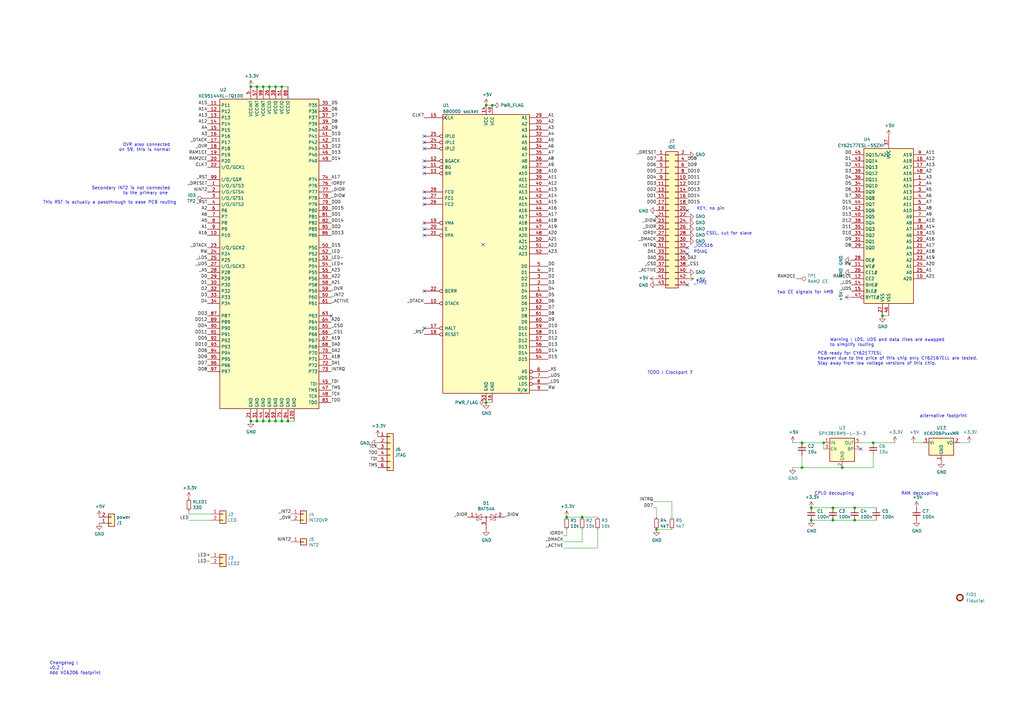
<source format=kicad_sch>
(kicad_sch (version 20211123) (generator eeschema)
  (paper "A3")
  (title_block (title "A500 IDE RAM") (date "2020-05-07") (rev "0.2") (company "FLACO 2020 CC-BY-NC-SA") (comment 1 "Inspired by original design and code of ide68k v425 by Mika Leinonen") (comment 2 "http://www.mkl211015.altervista.org/ide/ide68k.html") (comment 3 "Additional RAM idea inspired by Sector101") (comment 4 "https://blog.sector101.co.uk/2019/07/20/amiga-500-2mb-handwired-fastram-expansion/"))
  (lib_symbols
    (symbol "CPLD_Xilinx:XC95144XL-TQ100"
      (property "Reference" "U" (at -20.32 64.77 0))
      (property "Value" "XC95144XL-TQ100" (at -20.32 -64.77 0))
      (symbol "XC95144XL-TQ100_1_1"
        (pin bidirectional line (at -25.4 27.94 0) (length 5.08) (name "I/O/GTS3") (number "1"))
        (pin bidirectional line (at -25.4 7.62 0) (length 5.08) (name "P10") (number "10"))
        (pin power_in line (at 10.16 -68.58 90) (length 5.08) (name "GND") (number "100"))
        (pin bidirectional line (at -25.4 60.96 0) (length 5.08) (name "P11") (number "11"))
        (pin bidirectional line (at -25.4 58.42 0) (length 5.08) (name "P12") (number "12"))
        (pin bidirectional line (at -25.4 55.88 0) (length 5.08) (name "P13") (number "13"))
        (pin bidirectional line (at -25.4 53.34 0) (length 5.08) (name "P14") (number "14"))
        (pin bidirectional line (at -25.4 50.8 0) (length 5.08) (name "P15") (number "15"))
        (pin bidirectional line (at -25.4 48.26 0) (length 5.08) (name "P16") (number "16"))
        (pin bidirectional line (at -25.4 45.72 0) (length 5.08) (name "P17") (number "17"))
        (pin bidirectional line (at -25.4 43.18 0) (length 5.08) (name "P18") (number "18"))
        (pin bidirectional line (at -25.4 40.64 0) (length 5.08) (name "P19") (number "19"))
        (pin bidirectional line (at -25.4 25.4 0) (length 5.08) (name "I/O/GTS4") (number "2"))
        (pin bidirectional line (at -25.4 38.1 0) (length 5.08) (name "P20") (number "20"))
        (pin power_in line (at -7.62 -68.58 90) (length 5.08) (name "GND") (number "21"))
        (pin bidirectional line (at -25.4 35.56 0) (length 5.08) (name "I/O/GCK1") (number "22"))
        (pin bidirectional line (at -25.4 2.54 0) (length 5.08) (name "I/O/GCK2") (number "23"))
        (pin bidirectional line (at -25.4 0 0) (length 5.08) (name "P24") (number "24"))
        (pin bidirectional line (at -25.4 -2.54 0) (length 5.08) (name "P25") (number "25"))
        (pin power_in line (at 0 68.58 270) (length 5.08) (name "VCCIO") (number "26"))
        (pin bidirectional line (at -25.4 -5.08 0) (length 5.08) (name "I/O/GCK3") (number "27"))
        (pin bidirectional line (at -25.4 -7.62 0) (length 5.08) (name "P28") (number "28"))
        (pin bidirectional line (at -25.4 -10.16 0) (length 5.08) (name "P29") (number "29"))
        (pin bidirectional line (at -25.4 22.86 0) (length 5.08) (name "I/O/GTS1") (number "3"))
        (pin bidirectional line (at -25.4 -12.7 0) (length 5.08) (name "P30") (number "30"))
        (pin power_in line (at -5.08 -68.58 90) (length 5.08) (name "GND") (number "31"))
        (pin bidirectional line (at -25.4 -15.24 0) (length 5.08) (name "P32") (number "32"))
        (pin bidirectional line (at -25.4 -17.78 0) (length 5.08) (name "P33") (number "33"))
        (pin bidirectional line (at -25.4 -20.32 0) (length 5.08) (name "P34") (number "34"))
        (pin bidirectional line (at 25.4 60.96 180) (length 5.08) (name "P35") (number "35"))
        (pin bidirectional line (at 25.4 58.42 180) (length 5.08) (name "P36") (number "36"))
        (pin bidirectional line (at 25.4 55.88 180) (length 5.08) (name "P37") (number "37"))
        (pin power_in line (at 2.54 68.58 270) (length 5.08) (name "VCCIO") (number "38"))
        (pin bidirectional line (at 25.4 53.34 180) (length 5.08) (name "P39") (number "39"))
        (pin bidirectional line (at -25.4 20.32 0) (length 5.08) (name "I/O/GTS2") (number "4"))
        (pin bidirectional line (at 25.4 50.8 180) (length 5.08) (name "P40") (number "40"))
        (pin bidirectional line (at 25.4 48.26 180) (length 5.08) (name "P41") (number "41"))
        (pin bidirectional line (at 25.4 45.72 180) (length 5.08) (name "P42") (number "42"))
        (pin bidirectional line (at 25.4 43.18 180) (length 5.08) (name "P43") (number "43"))
        (pin power_in line (at -2.54 -68.58 90) (length 5.08) (name "GND") (number "44"))
        (pin input line (at 25.4 -53.34 180) (length 5.08) (name "TDI") (number "45"))
        (pin bidirectional line (at 25.4 40.64 180) (length 5.08) (name "P46") (number "46"))
        (pin input line (at 25.4 -55.88 180) (length 5.08) (name "TMS") (number "47"))
        (pin input line (at 25.4 -58.42 180) (length 5.08) (name "TCK") (number "48"))
        (pin bidirectional line (at 25.4 38.1 180) (length 5.08) (name "P49") (number "49"))
        (pin power_in line (at -7.62 68.58 270) (length 5.08) (name "VCCINT") (number "5"))
        (pin bidirectional line (at 25.4 2.54 180) (length 5.08) (name "P50") (number "50"))
        (pin power_in line (at 5.08 68.58 270) (length 5.08) (name "VCCIO") (number "51"))
        (pin bidirectional line (at 25.4 0 180) (length 5.08) (name "P52") (number "52"))
        (pin bidirectional line (at 25.4 -2.54 180) (length 5.08) (name "P53") (number "53"))
        (pin bidirectional line (at 25.4 -5.08 180) (length 5.08) (name "P54") (number "54"))
        (pin bidirectional line (at 25.4 -7.62 180) (length 5.08) (name "P55") (number "55"))
        (pin bidirectional line (at 25.4 -10.16 180) (length 5.08) (name "P56") (number "56"))
        (pin power_in line (at -5.08 68.58 270) (length 5.08) (name "VCCINT") (number "57"))
        (pin bidirectional line (at 25.4 -12.7 180) (length 5.08) (name "P58") (number "58"))
        (pin bidirectional line (at 25.4 -15.24 180) (length 5.08) (name "P59") (number "59"))
        (pin bidirectional line (at -25.4 17.78 0) (length 5.08) (name "P6") (number "6"))
        (pin bidirectional line (at 25.4 -17.78 180) (length 5.08) (name "P60") (number "60"))
        (pin bidirectional line (at 25.4 -20.32 180) (length 5.08) (name "P61") (number "61"))
        (pin power_in line (at 0 -68.58 90) (length 5.08) (name "GND") (number "62"))
        (pin bidirectional line (at 25.4 -25.4 180) (length 5.08) (name "P63") (number "63"))
        (pin bidirectional line (at 25.4 -27.94 180) (length 5.08) (name "P64") (number "64"))
        (pin bidirectional line (at 25.4 -30.48 180) (length 5.08) (name "P65") (number "65"))
        (pin bidirectional line (at 25.4 -33.02 180) (length 5.08) (name "P66") (number "66"))
        (pin bidirectional line (at 25.4 -35.56 180) (length 5.08) (name "P67") (number "67"))
        (pin bidirectional line (at 25.4 -38.1 180) (length 5.08) (name "P68") (number "68"))
        (pin power_in line (at 2.54 -68.58 90) (length 5.08) (name "GND") (number "69"))
        (pin bidirectional line (at -25.4 15.24 0) (length 5.08) (name "P7") (number "7"))
        (pin bidirectional line (at 25.4 -40.64 180) (length 5.08) (name "P70") (number "70"))
        (pin bidirectional line (at 25.4 -43.18 180) (length 5.08) (name "P71") (number "71"))
        (pin bidirectional line (at 25.4 -45.72 180) (length 5.08) (name "P72") (number "72"))
        (pin bidirectional line (at 25.4 -48.26 180) (length 5.08) (name "P73") (number "73"))
        (pin bidirectional line (at 25.4 30.48 180) (length 5.08) (name "P74") (number "74"))
        (pin power_in line (at 5.08 -68.58 90) (length 5.08) (name "GND") (number "75"))
        (pin bidirectional line (at 25.4 27.94 180) (length 5.08) (name "P76") (number "76"))
        (pin bidirectional line (at 25.4 25.4 180) (length 5.08) (name "P77") (number "77"))
        (pin bidirectional line (at 25.4 22.86 180) (length 5.08) (name "P78") (number "78"))
        (pin bidirectional line (at 25.4 20.32 180) (length 5.08) (name "P79") (number "79"))
        (pin bidirectional line (at -25.4 12.7 0) (length 5.08) (name "P8") (number "8"))
        (pin bidirectional line (at 25.4 17.78 180) (length 5.08) (name "P80") (number "80"))
        (pin bidirectional line (at 25.4 15.24 180) (length 5.08) (name "P81") (number "81"))
        (pin bidirectional line (at 25.4 12.7 180) (length 5.08) (name "P82") (number "82"))
        (pin output line (at 25.4 -60.96 180) (length 5.08) (name "TDO") (number "83"))
        (pin power_in line (at 7.62 -68.58 90) (length 5.08) (name "GND") (number "84"))
        (pin bidirectional line (at 25.4 10.16 180) (length 5.08) (name "P85") (number "85"))
        (pin bidirectional line (at 25.4 7.62 180) (length 5.08) (name "P86") (number "86"))
        (pin bidirectional line (at -25.4 -25.4 0) (length 5.08) (name "P87") (number "87"))
        (pin power_in line (at 7.62 68.58 270) (length 5.08) (name "VCCIO") (number "88"))
        (pin bidirectional line (at -25.4 -27.94 0) (length 5.08) (name "P89") (number "89"))
        (pin bidirectional line (at -25.4 10.16 0) (length 5.08) (name "P9") (number "9"))
        (pin bidirectional line (at -25.4 -30.48 0) (length 5.08) (name "P90") (number "90"))
        (pin bidirectional line (at -25.4 -33.02 0) (length 5.08) (name "P91") (number "91"))
        (pin bidirectional line (at -25.4 -35.56 0) (length 5.08) (name "P92") (number "92"))
        (pin bidirectional line (at -25.4 -38.1 0) (length 5.08) (name "P93") (number "93"))
        (pin bidirectional line (at -25.4 -40.64 0) (length 5.08) (name "P94") (number "94"))
        (pin bidirectional line (at -25.4 -43.18 0) (length 5.08) (name "P95") (number "95"))
        (pin bidirectional line (at -25.4 -45.72 0) (length 5.08) (name "P96") (number "96"))
        (pin bidirectional line (at -25.4 -48.26 0) (length 5.08) (name "P97") (number "97"))
        (pin power_in line (at -2.54 68.58 270) (length 5.08) (name "VCCINT") (number "98"))
        (pin bidirectional line (at -25.4 30.48 0) (length 5.08) (name "I/O/GSR") (number "99"))
      )
    )
    (symbol "CPU_NXP_68000:68000D" (pin_names (offset 0.762))
      (property "Reference" "U" (at 0 2.54 0))
      (property "Value" "68000D" (at 0 -3.81 0))
      (symbol "68000D_1_1"
        (pin bidirectional line (at 25.4 -15.24 180) (length 7.62) (name "D4") (number "1"))
        (pin input inverted (at -25.4 -20.32 0) (length 7.62) (name "DTACK") (number "10"))
        (pin output inverted (at -25.4 35.56 0) (length 7.62) (name "BG") (number "11"))
        (pin input inverted (at -25.4 38.1 0) (length 7.62) (name "BGACK") (number "12"))
        (pin input inverted (at -25.4 33.02 0) (length 7.62) (name "BR") (number "13"))
        (pin power_in line (at 0 60.96 270) (length 3.81) (name "VCC") (number "14"))
        (pin input clock (at -25.4 55.88 0) (length 7.62) (name "CLK") (number "15"))
        (pin power_in line (at 2.54 -60.96 90) (length 3.81) (name "GND") (number "16"))
        (pin bidirectional inverted (at -25.4 -30.48 0) (length 7.62) (name "HALT") (number "17"))
        (pin bidirectional inverted (at -25.4 -33.02 0) (length 7.62) (name "RESET") (number "18"))
        (pin output inverted (at -25.4 12.7 0) (length 7.62) (name "VMA") (number "19"))
        (pin bidirectional line (at 25.4 -12.7 180) (length 7.62) (name "D3") (number "2"))
        (pin output line (at -25.4 10.16 0) (length 7.62) (name "E") (number "20"))
        (pin input inverted (at -25.4 7.62 0) (length 7.62) (name "VPA") (number "21"))
        (pin input inverted (at -25.4 -15.24 0) (length 7.62) (name "BERR") (number "22"))
        (pin input inverted (at -25.4 43.18 0) (length 7.62) (name "IPL2") (number "23"))
        (pin input inverted (at -25.4 45.72 0) (length 7.62) (name "IPL1") (number "24"))
        (pin input inverted (at -25.4 48.26 0) (length 7.62) (name "IPL0") (number "25"))
        (pin output line (at -25.4 20.32 0) (length 7.62) (name "FC2") (number "26"))
        (pin output line (at -25.4 22.86 0) (length 7.62) (name "FC1") (number "27"))
        (pin output line (at -25.4 25.4 0) (length 7.62) (name "FC0") (number "28"))
        (pin output line (at 25.4 55.88 180) (length 7.62) (name "A1") (number "29"))
        (pin bidirectional line (at 25.4 -10.16 180) (length 7.62) (name "D2") (number "3"))
        (pin output line (at 25.4 53.34 180) (length 7.62) (name "A2") (number "30"))
        (pin output line (at 25.4 50.8 180) (length 7.62) (name "A3") (number "31"))
        (pin output line (at 25.4 48.26 180) (length 7.62) (name "A4") (number "32"))
        (pin output line (at 25.4 45.72 180) (length 7.62) (name "A5") (number "33"))
        (pin output line (at 25.4 43.18 180) (length 7.62) (name "A6") (number "34"))
        (pin output line (at 25.4 40.64 180) (length 7.62) (name "A7") (number "35"))
        (pin output line (at 25.4 38.1 180) (length 7.62) (name "A8") (number "36"))
        (pin output line (at 25.4 35.56 180) (length 7.62) (name "A9") (number "37"))
        (pin output line (at 25.4 33.02 180) (length 7.62) (name "A10") (number "38"))
        (pin output line (at 25.4 30.48 180) (length 7.62) (name "A11") (number "39"))
        (pin bidirectional line (at 25.4 -7.62 180) (length 7.62) (name "D1") (number "4"))
        (pin output line (at 25.4 27.94 180) (length 7.62) (name "A12") (number "40"))
        (pin output line (at 25.4 25.4 180) (length 7.62) (name "A13") (number "41"))
        (pin output line (at 25.4 22.86 180) (length 7.62) (name "A14") (number "42"))
        (pin output line (at 25.4 20.32 180) (length 7.62) (name "A15") (number "43"))
        (pin output line (at 25.4 17.78 180) (length 7.62) (name "A16") (number "44"))
        (pin output line (at 25.4 15.24 180) (length 7.62) (name "A17") (number "45"))
        (pin output line (at 25.4 12.7 180) (length 7.62) (name "A18") (number "46"))
        (pin output line (at 25.4 10.16 180) (length 7.62) (name "A19") (number "47"))
        (pin output line (at 25.4 7.62 180) (length 7.62) (name "A20") (number "48"))
        (pin power_in line (at 2.54 60.96 270) (length 3.81) (name "VCC") (number "49"))
        (pin bidirectional line (at 25.4 -5.08 180) (length 7.62) (name "D0") (number "5"))
        (pin output line (at 25.4 5.08 180) (length 7.62) (name "A21") (number "50"))
        (pin output line (at 25.4 2.54 180) (length 7.62) (name "A22") (number "51"))
        (pin output line (at 25.4 0 180) (length 7.62) (name "A23") (number "52"))
        (pin power_in line (at 0 -60.96 90) (length 3.81) (name "GND") (number "53"))
        (pin bidirectional line (at 25.4 -43.18 180) (length 7.62) (name "D15") (number "54"))
        (pin bidirectional line (at 25.4 -40.64 180) (length 7.62) (name "D14") (number "55"))
        (pin bidirectional line (at 25.4 -38.1 180) (length 7.62) (name "D13") (number "56"))
        (pin bidirectional line (at 25.4 -35.56 180) (length 7.62) (name "D12") (number "57"))
        (pin bidirectional line (at 25.4 -33.02 180) (length 7.62) (name "D11") (number "58"))
        (pin bidirectional line (at 25.4 -30.48 180) (length 7.62) (name "D10") (number "59"))
        (pin output inverted (at 25.4 -48.26 180) (length 7.62) (name "AS") (number "6"))
        (pin bidirectional line (at 25.4 -27.94 180) (length 7.62) (name "D9") (number "60"))
        (pin bidirectional line (at 25.4 -25.4 180) (length 7.62) (name "D8") (number "61"))
        (pin bidirectional line (at 25.4 -22.86 180) (length 7.62) (name "D7") (number "62"))
        (pin bidirectional line (at 25.4 -20.32 180) (length 7.62) (name "D6") (number "63"))
        (pin bidirectional line (at 25.4 -17.78 180) (length 7.62) (name "D5") (number "64"))
        (pin output inverted (at 25.4 -50.8 180) (length 7.62) (name "UDS") (number "7"))
        (pin output inverted (at 25.4 -53.34 180) (length 7.62) (name "LDS") (number "8"))
        (pin output line (at 25.4 -55.88 180) (length 7.62) (name "R/W") (number "9"))
      )
    )
    (symbol "Connector:TestPoint" (pin_numbers hide) (pin_names (offset 0.762) hide)
      (property "Reference" "TP" (at 0 6.858 0))
      (property "Value" "TestPoint" (at 0 5.08 0))
      (symbol "TestPoint_1_1"
        (pin passive line (at 0 0 90) (length 2.54) (name "1") (number "1"))
      )
    )
    (symbol "Connector_Generic:Conn_01x01" (pin_names (offset 1.016) hide)
      (property "Reference" "J" (at 0 2.54 0))
      (property "Value" "Conn_01x01" (at 0 -2.54 0))
      (symbol "Conn_01x01_1_1"
        (pin passive line (at -5.08 0 0) (length 3.81) (name "Pin_1") (number "1"))
      )
    )
    (symbol "Connector_Generic:Conn_01x02" (pin_names (offset 1.016) hide)
      (property "Reference" "J" (at 0 2.54 0))
      (property "Value" "Conn_01x02" (at 0 -5.08 0))
      (symbol "Conn_01x02_1_1"
        (pin passive line (at -5.08 0 0) (length 3.81) (name "Pin_1") (number "1"))
        (pin passive line (at -5.08 -2.54 0) (length 3.81) (name "Pin_2") (number "2"))
      )
    )
    (symbol "Connector_Generic:Conn_01x06" (pin_names (offset 1.016) hide)
      (property "Reference" "J" (at 0 7.62 0))
      (property "Value" "Conn_01x06" (at 0 -10.16 0))
      (symbol "Conn_01x06_1_1"
        (pin passive line (at -5.08 5.08 0) (length 3.81) (name "Pin_1") (number "1"))
        (pin passive line (at -5.08 2.54 0) (length 3.81) (name "Pin_2") (number "2"))
        (pin passive line (at -5.08 0 0) (length 3.81) (name "Pin_3") (number "3"))
        (pin passive line (at -5.08 -2.54 0) (length 3.81) (name "Pin_4") (number "4"))
        (pin passive line (at -5.08 -5.08 0) (length 3.81) (name "Pin_5") (number "5"))
        (pin passive line (at -5.08 -7.62 0) (length 3.81) (name "Pin_6") (number "6"))
      )
    )
    (symbol "Connector_Generic:Conn_02x22_Odd_Even" (pin_names (offset 1.016) hide)
      (property "Reference" "J" (at 1.27 27.94 0))
      (property "Value" "Conn_02x22_Odd_Even" (at 1.27 -30.48 0))
      (symbol "Conn_02x22_Odd_Even_1_1"
        (pin passive line (at -5.08 25.4 0) (length 3.81) (name "Pin_1") (number "1"))
        (pin passive line (at 7.62 15.24 180) (length 3.81) (name "Pin_10") (number "10"))
        (pin passive line (at -5.08 12.7 0) (length 3.81) (name "Pin_11") (number "11"))
        (pin passive line (at 7.62 12.7 180) (length 3.81) (name "Pin_12") (number "12"))
        (pin passive line (at -5.08 10.16 0) (length 3.81) (name "Pin_13") (number "13"))
        (pin passive line (at 7.62 10.16 180) (length 3.81) (name "Pin_14") (number "14"))
        (pin passive line (at -5.08 7.62 0) (length 3.81) (name "Pin_15") (number "15"))
        (pin passive line (at 7.62 7.62 180) (length 3.81) (name "Pin_16") (number "16"))
        (pin passive line (at -5.08 5.08 0) (length 3.81) (name "Pin_17") (number "17"))
        (pin passive line (at 7.62 5.08 180) (length 3.81) (name "Pin_18") (number "18"))
        (pin passive line (at -5.08 2.54 0) (length 3.81) (name "Pin_19") (number "19"))
        (pin passive line (at 7.62 25.4 180) (length 3.81) (name "Pin_2") (number "2"))
        (pin passive line (at 7.62 2.54 180) (length 3.81) (name "Pin_20") (number "20"))
        (pin passive line (at -5.08 0 0) (length 3.81) (name "Pin_21") (number "21"))
        (pin passive line (at 7.62 0 180) (length 3.81) (name "Pin_22") (number "22"))
        (pin passive line (at -5.08 -2.54 0) (length 3.81) (name "Pin_23") (number "23"))
        (pin passive line (at 7.62 -2.54 180) (length 3.81) (name "Pin_24") (number "24"))
        (pin passive line (at -5.08 -5.08 0) (length 3.81) (name "Pin_25") (number "25"))
        (pin passive line (at 7.62 -5.08 180) (length 3.81) (name "Pin_26") (number "26"))
        (pin passive line (at -5.08 -7.62 0) (length 3.81) (name "Pin_27") (number "27"))
        (pin passive line (at 7.62 -7.62 180) (length 3.81) (name "Pin_28") (number "28"))
        (pin passive line (at -5.08 -10.16 0) (length 3.81) (name "Pin_29") (number "29"))
        (pin passive line (at -5.08 22.86 0) (length 3.81) (name "Pin_3") (number "3"))
        (pin passive line (at 7.62 -10.16 180) (length 3.81) (name "Pin_30") (number "30"))
        (pin passive line (at -5.08 -12.7 0) (length 3.81) (name "Pin_31") (number "31"))
        (pin passive line (at 7.62 -12.7 180) (length 3.81) (name "Pin_32") (number "32"))
        (pin passive line (at -5.08 -15.24 0) (length 3.81) (name "Pin_33") (number "33"))
        (pin passive line (at 7.62 -15.24 180) (length 3.81) (name "Pin_34") (number "34"))
        (pin passive line (at -5.08 -17.78 0) (length 3.81) (name "Pin_35") (number "35"))
        (pin passive line (at 7.62 -17.78 180) (length 3.81) (name "Pin_36") (number "36"))
        (pin passive line (at -5.08 -20.32 0) (length 3.81) (name "Pin_37") (number "37"))
        (pin passive line (at 7.62 -20.32 180) (length 3.81) (name "Pin_38") (number "38"))
        (pin passive line (at -5.08 -22.86 0) (length 3.81) (name "Pin_39") (number "39"))
        (pin passive line (at 7.62 22.86 180) (length 3.81) (name "Pin_4") (number "4"))
        (pin passive line (at 7.62 -22.86 180) (length 3.81) (name "Pin_40") (number "40"))
        (pin passive line (at -5.08 -25.4 0) (length 3.81) (name "Pin_41") (number "41"))
        (pin passive line (at 7.62 -25.4 180) (length 3.81) (name "Pin_42") (number "42"))
        (pin passive line (at -5.08 -27.94 0) (length 3.81) (name "Pin_43") (number "43"))
        (pin passive line (at 7.62 -27.94 180) (length 3.81) (name "Pin_44") (number "44"))
        (pin passive line (at -5.08 20.32 0) (length 3.81) (name "Pin_5") (number "5"))
        (pin passive line (at 7.62 20.32 180) (length 3.81) (name "Pin_6") (number "6"))
        (pin passive line (at -5.08 17.78 0) (length 3.81) (name "Pin_7") (number "7"))
        (pin passive line (at 7.62 17.78 180) (length 3.81) (name "Pin_8") (number "8"))
        (pin passive line (at -5.08 15.24 0) (length 3.81) (name "Pin_9") (number "9"))
      )
    )
    (symbol "Device:C_Small" (pin_numbers hide) (pin_names (offset 0.254) hide)
      (property "Reference" "C" (at 0.254 1.778 0))
      (property "Value" "C_Small" (at 0.254 -2.032 0))
      (symbol "C_Small_1_1"
        (pin passive line (at 0 2.54 270) (length 2.032) (name "~") (number "1"))
        (pin passive line (at 0 -2.54 90) (length 2.032) (name "~") (number "2"))
      )
    )
    (symbol "Device:R_Small" (pin_numbers hide) (pin_names (offset 0.254) hide)
      (property "Reference" "R" (at 0.762 0.508 0))
      (property "Value" "R_Small" (at 0.762 -1.016 0))
      (symbol "R_Small_1_1"
        (pin passive line (at 0 2.54 270) (length 0.762) (name "~") (number "1"))
        (pin passive line (at 0 -2.54 90) (length 0.762) (name "~") (number "2"))
      )
    )
    (symbol "Diode:BAT54A" (pin_names (offset 1.016))
      (property "Reference" "D" (at 0.635 -3.81 0))
      (property "Value" "BAT54A" (at -6.35 3.175 0))
      (symbol "BAT54A_1_1"
        (pin passive line (at -7.62 0 0) (length 3.81) (name "~") (number "1"))
        (pin passive line (at 7.62 0 180) (length 3.81) (name "~") (number "2"))
        (pin passive line (at 0 -5.08 90) (length 5.08) (name "~") (number "3"))
      )
    )
    (symbol "Mechanical:Fiducial"
      (property "Reference" "FID" (at 0 5.08 0))
      (property "Value" "Fiducial" (at 0 3.175 0))
    )
    (symbol "Regulator_Linear:SPX3819M5-L-3-3" (pin_names (offset 0.254))
      (property "Reference" "U" (at -3.81 5.715 0))
      (property "Value" "SPX3819M5-L-3-3" (at 0 5.715 0))
      (symbol "SPX3819M5-L-3-3_1_1"
        (pin power_in line (at -7.62 2.54 0) (length 2.54) (name "IN") (number "1"))
        (pin power_in line (at 0 -7.62 90) (length 2.54) (name "GND") (number "2"))
        (pin input line (at -7.62 0 0) (length 2.54) (name "EN") (number "3"))
        (pin input line (at 7.62 0 180) (length 2.54) (name "BP") (number "4"))
        (pin power_out line (at 7.62 2.54 180) (length 2.54) (name "OUT") (number "5"))
      )
    )
    (symbol "Regulator_Linear:XC6206PxxxMR" (pin_names (offset 0.254))
      (property "Reference" "U" (at -3.81 3.175 0))
      (property "Value" "XC6206PxxxMR" (at 0 3.175 0))
      (symbol "XC6206PxxxMR_1_1"
        (pin power_in line (at 0 -7.62 90) (length 2.54) (name "GND") (number "1"))
        (pin power_out line (at 7.62 0 180) (length 2.54) (name "VO") (number "2"))
        (pin power_in line (at -7.62 0 0) (length 2.54) (name "VI") (number "3"))
      )
    )
    (symbol "Sassa:CY62177ESL-55ZXI"
      (property "Reference" "U" (at -8.89 31.75 0))
      (property "Value" "CY62177ESL-55ZXI" (at 10.16 -34.29 0))
      (symbol "CY62177ESL-55ZXI_1_1"
        (pin input line (at 15.24 17.78 180) (length 5.08) (name "A15") (number "1"))
        (pin input line (at 15.24 -22.86 180) (length 5.08) (name "A20") (number "10"))
        (pin input line (at -15.24 -17.78 0) (length 5.08) (name "WE#") (number "11"))
        (pin input line (at -15.24 -22.86 0) (length 5.08) (name "CE2") (number "12"))
        (pin no_connect line (at 10.16 -25.4 180) (length 0) hide (name "NC") (number "13"))
        (pin input line (at -15.24 -25.4 0) (length 5.08) (name "BHE#") (number "14"))
        (pin input line (at -15.24 -27.94 0) (length 5.08) (name "BLE#") (number "15"))
        (pin input line (at 15.24 25.4 180) (length 5.08) (name "A18") (number "16"))
        (pin input line (at 15.24 22.86 180) (length 5.08) (name "A17") (number "17"))
        (pin input line (at 15.24 -2.54 180) (length 5.08) (name "A7") (number "18"))
        (pin input line (at 15.24 -5.08 180) (length 5.08) (name "A6") (number "19"))
        (pin input line (at 15.24 15.24 180) (length 5.08) (name "A14") (number "2"))
        (pin input line (at 15.24 -7.62 180) (length 5.08) (name "A5") (number "20"))
        (pin input line (at 15.24 -10.16 180) (length 5.08) (name "A4") (number "21"))
        (pin input line (at 15.24 -12.7 180) (length 5.08) (name "A3") (number "22"))
        (pin input line (at 15.24 -15.24 180) (length 5.08) (name "A2") (number "23"))
        (pin input line (at 15.24 -17.78 180) (length 5.08) (name "A1") (number "24"))
        (pin input line (at 15.24 -20.32 180) (length 5.08) (name "A0") (number "25"))
        (pin input line (at -15.24 -20.32 0) (length 5.08) (name "CE1#") (number "26"))
        (pin power_in line (at -2.54 -38.1 90) (length 5.08) (name "VSS") (number "27"))
        (pin input line (at -15.24 -15.24 0) (length 5.08) (name "OE#") (number "28"))
        (pin bidirectional line (at -15.24 -10.16 0) (length 5.08) (name "DQ0") (number "29"))
        (pin input line (at 15.24 12.7 180) (length 5.08) (name "A13") (number "3"))
        (pin bidirectional line (at -15.24 10.16 0) (length 5.08) (name "DQ8") (number "30"))
        (pin bidirectional line (at -15.24 -7.62 0) (length 5.08) (name "DQ1") (number "31"))
        (pin bidirectional line (at -15.24 12.7 0) (length 5.08) (name "DQ9") (number "32"))
        (pin bidirectional line (at -15.24 -5.08 0) (length 5.08) (name "DQ2") (number "33"))
        (pin bidirectional line (at -15.24 15.24 0) (length 5.08) (name "DQ10") (number "34"))
        (pin bidirectional line (at -15.24 -2.54 0) (length 5.08) (name "DQ3") (number "35"))
        (pin bidirectional line (at -15.24 17.78 0) (length 5.08) (name "DQ11") (number "36"))
        (pin power_in line (at 0 35.56 270) (length 5.08) (name "VCC") (number "37"))
        (pin bidirectional line (at -15.24 0 0) (length 5.08) (name "DQ4") (number "38"))
        (pin bidirectional line (at -15.24 20.32 0) (length 5.08) (name "DQ12") (number "39"))
        (pin input line (at 15.24 10.16 180) (length 5.08) (name "A12") (number "4"))
        (pin bidirectional line (at -15.24 2.54 0) (length 5.08) (name "DQ5") (number "40"))
        (pin bidirectional line (at -15.24 22.86 0) (length 5.08) (name "DQ13") (number "41"))
        (pin bidirectional line (at -15.24 5.08 0) (length 5.08) (name "DQ6") (number "42"))
        (pin bidirectional line (at -15.24 25.4 0) (length 5.08) (name "DQ14") (number "43"))
        (pin bidirectional line (at -15.24 7.62 0) (length 5.08) (name "DQ7") (number "44"))
        (pin input line (at -15.24 27.94 0) (length 5.08) (name "DQ15/A20") (number "45"))
        (pin power_in line (at 0 -38.1 90) (length 5.08) (name "VSS") (number "46"))
        (pin input inverted (at -15.24 -30.48 0) (length 5.08) (name "BYTE#") (number "47"))
        (pin input line (at 15.24 20.32 180) (length 5.08) (name "A16") (number "48"))
        (pin input line (at 15.24 7.62 180) (length 5.08) (name "A11") (number "5"))
        (pin input line (at 15.24 5.08 180) (length 5.08) (name "A10") (number "6"))
        (pin input line (at 15.24 2.54 180) (length 5.08) (name "A9") (number "7"))
        (pin input line (at 15.24 0 180) (length 5.08) (name "A8") (number "8"))
        (pin input line (at 15.24 27.94 180) (length 5.08) (name "A19") (number "9"))
      )
    )
    (symbol "power:+3.3V" (power) (pin_names (offset 0))
      (property "Value" "+3.3V" (at 0 3.556 0))
      (symbol "+3.3V_1_1"
        (pin power_in line (at 0 0 90) (length 0) hide (name "+3.3V") (number "1"))
      )
    )
    (symbol "power:+5V" (power) (pin_names (offset 0))
      (property "Value" "+5V" (at 0 3.556 0))
      (symbol "+5V_1_1"
        (pin power_in line (at 0 0 90) (length 0) hide (name "+5V") (number "1"))
      )
    )
    (symbol "power:GND" (power) (pin_names (offset 0))
      (property "Value" "GND" (at 0 -3.81 0))
      (symbol "GND_1_1"
        (pin power_in line (at 0 0 270) (length 0) hide (name "GND") (number "1"))
      )
    )
    (symbol "power:PWR_FLAG" (power) (pin_numbers hide) (pin_names (offset 0) hide)
      (property "Value" "PWR_FLAG" (at 0 3.81 0))
      (symbol "PWR_FLAG_0_0"
        (pin power_out line (at 0 0 90) (length 0) (name "pwr") (number "1"))
      )
    )
  )
  (junction (at 358.14 181.61))
  (junction (at 350.52 208.28))
  (junction (at 199.39 165.1))
  (junction (at 107.95 172.72))
  (junction (at 350.52 213.36))
  (junction (at 199.39 43.18))
  (junction (at 269.24 217.17))
  (junction (at 105.41 172.72))
  (junction (at 115.57 172.72))
  (junction (at 328.93 191.77))
  (junction (at 238.76 212.09))
  (junction (at 361.95 129.54))
  (junction (at 201.93 43.18))
  (junction (at 113.03 172.72))
  (junction (at 107.95 35.56))
  (junction (at 345.44 191.77))
  (junction (at 113.03 35.56))
  (junction (at 102.87 172.72))
  (junction (at 110.49 172.72))
  (junction (at 341.63 213.36))
  (junction (at 110.49 35.56))
  (junction (at 118.11 172.72))
  (junction (at 105.41 35.56))
  (junction (at 232.41 212.09))
  (junction (at 102.87 35.56))
  (junction (at 328.93 181.61))
  (junction (at 332.74 208.28))
  (junction (at 115.57 35.56))
  (junction (at 341.63 208.28))
  (junction (at 337.82 181.61))
  (junction (at 332.74 213.36))
  (no_connect (at 173.99 55.88))
  (no_connect (at 173.99 58.42))
  (no_connect (at 173.99 78.74))
  (no_connect (at 173.99 96.52))
  (no_connect (at 173.99 81.28))
  (no_connect (at 198.12 100.33))
  (no_connect (at 281.94 101.6))
  (no_connect (at 173.99 93.98))
  (no_connect (at 353.06 184.15))
  (no_connect (at 135.89 129.54))
  (no_connect (at 173.99 68.58))
  (no_connect (at 281.94 116.84))
  (no_connect (at 173.99 91.44))
  (no_connect (at 173.99 71.12))
  (no_connect (at 173.99 134.62))
  (no_connect (at 173.99 60.96))
  (no_connect (at 173.99 83.82))
  (no_connect (at 281.94 104.14))
  (no_connect (at 281.94 86.36))
  (no_connect (at 269.24 88.9))
  (no_connect (at 173.99 66.04))
  (no_connect (at 173.99 119.38))
  (wire (pts (xy 325.12 191.77) (xy 328.93 191.77)))
  (wire (pts (xy 358.14 186.69) (xy 358.14 191.77)))
  (wire (pts (xy 364.49 129.54) (xy 361.95 129.54)))
  (wire (pts (xy 267.97 208.28) (xy 269.24 208.28)))
  (wire (pts (xy 238.76 217.17) (xy 238.76 222.25)))
  (wire (pts (xy 269.24 208.28) (xy 269.24 212.09)))
  (wire (pts (xy 358.14 181.61) (xy 367.03 181.61)))
  (wire (pts (xy 201.93 165.1) (xy 199.39 165.1)))
  (wire (pts (xy 245.11 217.17) (xy 245.11 224.79)))
  (wire (pts (xy 118.11 35.56) (xy 115.57 35.56)))
  (wire (pts (xy 350.52 208.28) (xy 341.63 208.28)))
  (wire (pts (xy 115.57 172.72) (xy 113.03 172.72)))
  (wire (pts (xy 359.41 208.28) (xy 350.52 208.28)))
  (wire (pts (xy 328.93 186.69) (xy 328.93 191.77)))
  (wire (pts (xy 353.06 181.61) (xy 358.14 181.61)))
  (wire (pts (xy 245.11 224.79) (xy 231.14 224.79)))
  (wire (pts (xy 105.41 172.72) (xy 102.87 172.72)))
  (wire (pts (xy 77.47 210.82) (xy 77.47 209.55)))
  (wire (pts (xy 275.59 205.74) (xy 275.59 212.09)))
  (wire (pts (xy 105.41 35.56) (xy 102.87 35.56)))
  (wire (pts (xy 337.82 184.15) (xy 337.82 181.61)))
  (wire (pts (xy 238.76 212.09) (xy 232.41 212.09)))
  (wire (pts (xy 232.41 217.17) (xy 232.41 219.71)))
  (wire (pts (xy 328.93 191.77) (xy 345.44 191.77)))
  (wire (pts (xy 350.52 213.36) (xy 341.63 213.36)))
  (wire (pts (xy 359.41 213.36) (xy 350.52 213.36)))
  (wire (pts (xy 107.95 35.56) (xy 105.41 35.56)))
  (wire (pts (xy 337.82 181.61) (xy 328.93 181.61)))
  (wire (pts (xy 267.97 205.74) (xy 275.59 205.74)))
  (wire (pts (xy 120.65 172.72) (xy 118.11 172.72)))
  (wire (pts (xy 113.03 35.56) (xy 110.49 35.56)))
  (wire (pts (xy 341.63 213.36) (xy 332.74 213.36)))
  (wire (pts (xy 110.49 172.72) (xy 107.95 172.72)))
  (wire (pts (xy 232.41 219.71) (xy 231.14 219.71)))
  (wire (pts (xy 328.93 181.61) (xy 325.12 181.61)))
  (wire (pts (xy 201.93 43.18) (xy 199.39 43.18)))
  (wire (pts (xy 358.14 191.77) (xy 345.44 191.77)))
  (wire (pts (xy 107.95 172.72) (xy 105.41 172.72)))
  (wire (pts (xy 115.57 35.56) (xy 113.03 35.56)))
  (wire (pts (xy 86.36 213.36) (xy 77.47 213.36)))
  (wire (pts (xy 378.46 181.61) (xy 374.65 181.61)))
  (wire (pts (xy 393.7 181.61) (xy 397.51 181.61)))
  (wire (pts (xy 275.59 217.17) (xy 269.24 217.17)))
  (wire (pts (xy 110.49 35.56) (xy 107.95 35.56)))
  (wire (pts (xy 245.11 212.09) (xy 238.76 212.09)))
  (wire (pts (xy 341.63 208.28) (xy 332.74 208.28)))
  (wire (pts (xy 113.03 172.72) (xy 110.49 172.72)))
  (wire (pts (xy 118.11 172.72) (xy 115.57 172.72)))
  (wire (pts (xy 238.76 222.25) (xy 231.14 222.25)))
  (wire (pts (xy 86.36 210.82) (xy 77.47 210.82)))
  (text "PDIAG" (at 284.48 104.14 0) (effects (font (size 1.27 1.27)) (justify left bottom)))
  (text "TODO : Clockport ?" (at 265.43 153.67 0) (effects (font (size 1.27 1.27)) (justify left bottom)))
  (text "alternative footprint" (at 377.19 171.45 0) (effects (font (size 1.27 1.27)) (justify left bottom)))
  (text "CPLD decoupling" (at 334.01 203.2 0) (effects (font (size 1.27 1.27)) (justify left bottom)))
  (text "two CE signals for 4MB" (at 318.77 120.65 0) (effects (font (size 1.27 1.27)) (justify left bottom)))
  (text "CSEL, cut for slave" (at 289.56 96.52 0) (effects (font (size 1.27 1.27)) (justify left bottom)))
  (text "This RST is actually a passthrough to ease PCB routing" (at 72.39 83.82 180) (effects (font (size 1.27 1.27)) (justify right bottom)))
  (text "_TYPE" (at 284.48 116.84 0) (effects (font (size 1.27 1.27)) (justify left bottom)))
  (text "Secondary INT2 is not connected\nto the primary one " (at 69.85 80.01 180) (effects (font (size 1.27 1.27)) (justify right bottom)))
  (text "KEY, no pin" (at 285.75 86.36 0) (effects (font (size 1.27 1.27)) (justify left bottom)))
  (text "Warning : LDS, UDS and data lines are swapped\nto simplify routing" (at 340.36 142.24 0) (effects (font (size 1.27 1.27)) (justify left bottom)))
  (text "RAM decoupling" (at 369.57 203.2 0) (effects (font (size 1.27 1.27)) (justify left bottom)))
  (text "Changelog :\nv0.2 :\nAdd XC6206 footprint" (at 20.32 276.86 0) (effects (font (size 1.27 1.27)) (justify left bottom)))
  (text "OVR also connected\non 59, this is normal" (at 69.85 62.23 180) (effects (font (size 1.27 1.27)) (justify right bottom)))
  (text "PCB ready for CY62177ESL\nhowever due to the price of this chip only CY62167ELL are tested.\nStay away from low voltage versions of this chip." (at 335.28 149.86 0) (effects (font (size 1.27 1.27)) (justify left bottom)))
  (text "_IOCS16" (at 284.48 101.6 0) (effects (font (size 1.27 1.27)) (justify left bottom)))
  (label "INTRQ" (at 267.97 205.74 180))
  (label "_UDS" (at 224.79 154.94 0))
  (label "D2" (at 85.09 119.38 180))
  (label "A11" (at 379.73 63.5 0))
  (label "TDI" (at 135.89 157.48 0))
  (label "DD7" (at 85.09 149.86 180))
  (label "DD8" (at 281.94 66.04 0))
  (label "DA1" (at 269.24 104.14 180))
  (label "_OVR" (at 119.38 213.36 180))
  (label "TCK" (at 154.94 184.15 180))
  (label "D13" (at 224.79 142.24 0))
  (label "DD10" (at 281.94 71.12 0))
  (label "RW" (at 224.79 160.02 0))
  (label "A17" (at 224.79 88.9 0))
  (label "DD15" (at 135.89 86.36 0))
  (label "LED" (at 77.47 213.36 180))
  (label "DD1" (at 135.89 88.9 0))
  (label "D7" (at 224.79 127 0))
  (label "DD6" (at 269.24 68.58 180))
  (label "A5" (at 85.09 91.44 180))
  (label "_DIOR" (at 135.89 78.74 0))
  (label "D7" (at 135.89 48.26 0))
  (label "DD11" (at 281.94 73.66 0))
  (label "IORDY" (at 269.24 96.52 180))
  (label "D5" (at 224.79 121.92 0))
  (label "D1" (at 349.25 66.04 180))
  (label "_ACTIVE" (at 269.24 111.76 180))
  (label "DA0" (at 135.89 142.24 0))
  (label "TDI" (at 154.94 189.23 180))
  (label "_DTACK" (at 85.09 58.42 180))
  (label "D0" (at 224.79 109.22 0))
  (label "TMS" (at 154.94 191.77 180))
  (label "RAM2CE" (at 326.39 114.3 180))
  (label "D3" (at 85.09 121.92 180))
  (label "A20" (at 379.73 109.22 0))
  (label "A12" (at 379.73 66.04 0))
  (label "A1" (at 85.09 93.98 180))
  (label "_UDS" (at 85.09 109.22 180))
  (label "D15" (at 135.89 101.6 0))
  (label "D14" (at 349.25 86.36 180))
  (label "_OVR" (at 135.89 119.38 0))
  (label "A3" (at 224.79 53.34 0))
  (label "D9" (at 349.25 99.06 180))
  (label "_CS0" (at 269.24 109.22 180))
  (label "DD1" (at 269.24 81.28 180))
  (label "_CS0" (at 135.89 134.62 0))
  (label "D1" (at 224.79 111.76 0))
  (label "CLK7" (at 173.99 48.26 180))
  (label "NINT2" (at 119.38 222.25 180))
  (label "TMS" (at 135.89 160.02 0))
  (label "A21" (at 135.89 116.84 0))
  (label "A22" (at 135.89 114.3 0))
  (label "DD2" (at 135.89 93.98 0))
  (label "A19" (at 135.89 139.7 0))
  (label "_LDS" (at 349.25 116.84 180))
  (label "D2" (at 224.79 114.3 0))
  (label "D10" (at 349.25 96.52 180))
  (label "A21" (at 224.79 99.06 0))
  (label "D4" (at 224.79 119.38 0))
  (label "A4" (at 224.79 55.88 0))
  (label "_DIOR" (at 191.77 212.09 180))
  (label "RW" (at 349.25 109.22 180))
  (label "_RST" (at 173.99 137.16 180))
  (label "DA0" (at 269.24 106.68 180))
  (label "NINT2" (at 85.09 78.74 180))
  (label "DD14" (at 135.89 91.44 0))
  (label "DD14" (at 281.94 81.28 0))
  (label "CLK7" (at 85.09 68.58 180))
  (label "A15" (at 85.09 43.18 180))
  (label "DD9" (at 281.94 68.58 0))
  (label "DD4" (at 85.09 134.62 180))
  (label "A13" (at 379.73 68.58 0))
  (label "A5" (at 224.79 58.42 0))
  (label "_CS1" (at 135.89 137.16 0))
  (label "DD7" (at 269.24 66.04 180))
  (label "_ACTIVE" (at 135.89 124.46 0))
  (label "DD5" (at 269.24 71.12 180))
  (label "A7" (at 379.73 83.82 0))
  (label "D8" (at 349.25 101.6 180))
  (label "A20" (at 135.89 132.08 0))
  (label "DD13" (at 135.89 96.52 0))
  (label "D12" (at 135.89 60.96 0))
  (label "RAM1CE" (at 85.09 63.5 180))
  (label "A16" (at 379.73 99.06 0))
  (label "A12" (at 224.79 76.2 0))
  (label "TCK" (at 135.89 162.56 0))
  (label "DD0" (at 135.89 83.82 0))
  (label "_INT2" (at 135.89 121.92 0))
  (label "DD10" (at 85.09 142.24 180))
  (label "D8" (at 224.79 129.54 0))
  (label "DA1" (at 135.89 149.86 0))
  (label "A22" (at 224.79 101.6 0))
  (label "A3" (at 379.73 73.66 0))
  (label "D4" (at 85.09 124.46 180))
  (label "_DIOW" (at 135.89 81.28 0))
  (label "INTRQ" (at 269.24 101.6 180))
  (label "RAM2CE" (at 85.09 66.04 180))
  (label "DD0" (at 269.24 83.82 180))
  (label "_DMACK" (at 269.24 99.06 180))
  (label "DD9" (at 85.09 147.32 180))
  (label "A5" (at 379.73 78.74 0))
  (label "A15" (at 224.79 83.82 0))
  (label "D13" (at 349.25 88.9 180))
  (label "DD3" (at 85.09 129.54 180))
  (label "_DMACK" (at 231.14 222.25 180))
  (label "A8" (at 379.73 86.36 0))
  (label "D1" (at 85.09 116.84 180))
  (label "A23" (at 135.89 111.76 0))
  (label "D15" (at 224.79 147.32 0))
  (label "D11" (at 135.89 58.42 0))
  (label "D10" (at 224.79 134.62 0))
  (label "DD4" (at 269.24 73.66 180))
  (label "A7" (at 224.79 63.5 0))
  (label "_DTACK" (at 85.09 101.6 180))
  (label "A9" (at 379.73 88.9 0))
  (label "LED+" (at 86.36 228.6 180))
  (label "A23" (at 224.79 104.14 0))
  (label "TDO" (at 154.94 186.69 180))
  (label "D12" (at 349.25 91.44 180))
  (label "A16" (at 85.09 96.52 180))
  (label "A10" (at 224.79 71.12 0))
  (label "A15" (at 379.73 96.52 0))
  (label "D4" (at 349.25 73.66 180))
  (label "LED-" (at 135.89 106.68 0))
  (label "_CS1" (at 281.94 109.22 0))
  (label "_DRESET" (at 85.09 76.2 180))
  (label "A4" (at 85.09 53.34 180))
  (label "LED-" (at 86.36 231.14 180))
  (label "A19" (at 224.79 93.98 0))
  (label "A20" (at 224.79 96.52 0))
  (label "DD15" (at 281.94 83.82 0))
  (label "A2" (at 379.73 71.12 0))
  (label "_ACTIVE" (at 231.14 224.79 180))
  (label "DD12" (at 85.09 132.08 180))
  (label "A11" (at 224.79 73.66 0))
  (label "_LDS" (at 224.79 157.48 0))
  (label "A10" (at 379.73 91.44 0))
  (label "A18" (at 135.89 147.32 0))
  (label "D11" (at 349.25 93.98 180))
  (label "_DRESET" (at 269.24 63.5 180))
  (label "DA2" (at 281.94 106.68 0))
  (label "A17" (at 379.73 101.6 0))
  (label "D5" (at 135.89 43.18 0))
  (label "D7" (at 349.25 81.28 180))
  (label "IORDY" (at 231.14 219.71 180))
  (label "RW" (at 85.09 104.14 180))
  (label "A19" (at 379.73 106.68 0))
  (label "D14" (at 135.89 66.04 0))
  (label "DA2" (at 135.89 144.78 0))
  (label "DD5" (at 85.09 139.7 180))
  (label "A12" (at 85.09 50.8 180))
  (label "A17" (at 135.89 73.66 0))
  (label "_INT2" (at 119.38 210.82 180))
  (label "RAM1CE" (at 349.25 114.3 180))
  (label "A21" (at 379.73 114.3 0))
  (label "D13" (at 135.89 63.5 0))
  (label "A6" (at 379.73 81.28 0))
  (label "TDO" (at 135.89 165.1 0))
  (label "LED" (at 135.89 104.14 0))
  (label "D15" (at 349.25 83.82 180))
  (label "D3" (at 224.79 116.84 0))
  (label "A6" (at 85.09 88.9 180))
  (label "_DTACK" (at 173.99 124.46 180))
  (label "_DIOW" (at 207.01 212.09 0))
  (label "D6" (at 349.25 78.74 180))
  (label "D14" (at 224.79 144.78 0))
  (label "DD7" (at 267.97 208.28 180))
  (label "_RST" (at 85.09 73.66 180))
  (label "INTRQ" (at 135.89 152.4 0))
  (label "A9" (at 224.79 68.58 0))
  (label "D5" (at 349.25 76.2 180))
  (label "DD8" (at 85.09 152.4 180))
  (label "D9" (at 135.89 53.34 0))
  (label "A2" (at 224.79 50.8 0))
  (label "_OVR" (at 85.09 60.96 180))
  (label "D12" (at 224.79 139.7 0))
  (label "_LDS" (at 85.09 106.68 180))
  (label "A8" (at 224.79 66.04 0))
  (label "_RST" (at 85.09 83.82 180))
  (label "D6" (at 135.89 45.72 0))
  (label "IORDY" (at 135.89 76.2 0))
  (label "A16" (at 224.79 86.36 0))
  (label "_AS" (at 224.79 152.4 0))
  (label "A6" (at 224.79 60.96 0))
  (label "LED+" (at 135.89 109.22 0))
  (label "D2" (at 349.25 68.58 180))
  (label "D11" (at 224.79 137.16 0))
  (label "D8" (at 135.89 50.8 0))
  (label "DD2" (at 269.24 78.74 180))
  (label "DD6" (at 85.09 144.78 180))
  (label "A14" (at 85.09 45.72 180))
  (label "D9" (at 224.79 132.08 0))
  (label "DD11" (at 85.09 137.16 180))
  (label "A4" (at 379.73 76.2 0))
  (label "A14" (at 224.79 81.28 0))
  (label "D6" (at 224.79 124.46 0))
  (label "A2" (at 85.09 86.36 180))
  (label "A18" (at 379.73 104.14 0))
  (label "D10" (at 135.89 55.88 0))
  (label "A18" (at 224.79 91.44 0))
  (label "DD13" (at 281.94 78.74 0))
  (label "D0" (at 349.25 63.5 180))
  (label "_AS" (at 85.09 111.76 180))
  (label "A1" (at 379.73 111.76 0))
  (label "DD3" (at 269.24 76.2 180))
  (label "_UDS" (at 349.25 119.38 180))
  (label "_DIOR" (at 269.24 93.98 180))
  (label "D3" (at 349.25 71.12 180))
  (label "DD12" (at 281.94 76.2 0))
  (label "D0" (at 85.09 114.3 180))
  (label "A3" (at 85.09 55.88 180))
  (label "A14" (at 379.73 93.98 0))
  (label "A13" (at 85.09 48.26 180))
  (label "A13" (at 224.79 78.74 0))
  (label "A1" (at 224.79 48.26 0))
  (label "_DIOW" (at 269.24 91.44 180))
  (symbol (lib_id "CPU_NXP_68000:68000D") (at 199.39 104.14 0) (unit 1)
    (property "Reference" "U1" (at 181.61 43.18 0) (effects (justify left)))
    (property "Value" "68000D socket" (at 181.61 45.72 0) (effects (justify left)))
    (property "Footprint" "Sassa:DIP-64_W22.86mm_BigPads1.4" (effects hide))
    (property "Datasheet" "https://www.nxp.com/docs/en/reference-manual/MC68000UM.pdf" (effects hide))
  )
  (symbol (lib_id "CPLD_Xilinx:XC95144XL-TQ100") (at 110.49 104.14 0) (unit 1)
    (property "Reference" "U2" (at 90.17 36.83 0) (effects (justify left)))
    (property "Value" "XC95144XL-TQ100" (at 81.28 39.37 0) (effects (justify left)))
    (property "Footprint" "Package_QFP:TQFP-100_14x14mm_P0.5mm" (effects hide))
    (property "Datasheet" "https://www.xilinx.com/support/documentation/data_sheets/ds056.pdf" (effects hide))
  )
  (symbol (lib_id "Connector_Generic:Conn_02x22_Odd_Even") (at 274.32 88.9 0) (unit 1)
    (property "Reference" "J7" (at 275.59 57.9882 0))
    (property "Value" "IDE" (at 275.59 60.2996 0))
    (property "Footprint" "Connector_PinHeader_2.00mm:PinHeader_2x22_P2.00mm_Vertical" (effects hide))
  )
  (symbol (lib_id "Regulator_Linear:SPX3819M5-L-3-3") (at 345.44 184.15 0) (unit 1)
    (property "Reference" "U3" (at 345.44 175.4632 0))
    (property "Value" "SPX3819M5-L-3-3" (at 345.44 177.7746 0))
    (property "Footprint" "Package_TO_SOT_SMD:SOT-23-5" (effects hide))
    (property "Datasheet" "https://www.exar.com/content/document.ashx?id=22106&languageid=1033&type=Datasheet&partnumber=SPX3819&filename=SPX3819.pdf&part=SPX3819" (effects hide))
  )
  (symbol (lib_id "power:GND") (at 199.39 165.1 0) (unit 1)
    (property "Reference" "#PWR010" (effects hide))
    (property "Value" "GND" (at 199.517 169.4942 0))
  )
  (symbol (lib_id "power:+5V") (at 199.39 43.18 0) (unit 1)
    (property "Reference" "#PWR09" (effects hide))
    (property "Value" "+5V" (at 199.771 38.7858 0))
  )
  (symbol (lib_id "power:+5V") (at 325.12 181.61 0) (unit 1)
    (property "Reference" "#PWR013" (effects hide))
    (property "Value" "+5V" (at 325.501 177.2158 0))
  )
  (symbol (lib_id "power:+3.3V") (at 367.03 181.61 0) (unit 1)
    (property "Reference" "#PWR028" (effects hide))
    (property "Value" "+3.3V-power" (at 367.411 177.2158 0))
  )
  (symbol (lib_id "Device:C_Small") (at 328.93 184.15 0) (unit 1)
    (property "Reference" "C2" (at 331.2668 182.9816 0) (effects (justify left)))
    (property "Value" "10u" (at 331.2668 185.293 0) (effects (justify left)))
    (property "Footprint" "Capacitor_SMD:C_0805_2012Metric" (effects hide))
  )
  (symbol (lib_id "Device:C_Small") (at 358.14 184.15 0) (unit 1)
    (property "Reference" "C6" (at 360.4768 182.9816 0) (effects (justify left)))
    (property "Value" "10u" (at 360.4768 185.293 0) (effects (justify left)))
    (property "Footprint" "Capacitor_SMD:C_0805_2012Metric" (effects hide))
  )
  (symbol (lib_id "power:GND") (at 325.12 191.77 0) (unit 1)
    (property "Reference" "#PWR014" (effects hide))
    (property "Value" "GND" (at 325.247 196.1642 0))
  )
  (symbol (lib_id "power:+3.3V") (at 102.87 35.56 0) (unit 1)
    (property "Reference" "#PWR04" (effects hide))
    (property "Value" "+3.3V" (at 103.251 31.1658 0))
  )
  (symbol (lib_id "power:GND") (at 102.87 172.72 0) (unit 1)
    (property "Reference" "#PWR05" (effects hide))
    (property "Value" "GND" (at 102.997 177.1142 0))
  )
  (symbol (lib_id "power:GND") (at 349.25 106.68 270) (unit 1)
    (property "Reference" "#PWR029" (effects hide))
    (property "Value" "GND" (at 344.8558 106.807 0))
  )
  (symbol (lib_id "power:+5V") (at 349.25 121.92 90) (unit 1)
    (property "Reference" "#PWR031" (effects hide))
    (property "Value" "+5V" (at 344.8558 121.539 0))
  )
  (symbol (lib_id "power:GND") (at 281.94 63.5 90) (unit 1)
    (property "Reference" "#PWR018" (effects hide))
    (property "Value" "GND" (at 285.1912 63.373 90) (effects (justify right)))
  )
  (symbol (lib_id "power:GND") (at 269.24 86.36 270) (unit 1)
    (property "Reference" "#PWR015" (effects hide))
    (property "Value" "GND" (at 265.9888 86.487 90) (effects (justify right)))
  )
  (symbol (lib_id "power:GND") (at 281.94 88.9 90) (unit 1)
    (property "Reference" "#PWR019" (effects hide))
    (property "Value" "GND" (at 285.1912 88.773 90) (effects (justify right)))
  )
  (symbol (lib_id "power:GND") (at 281.94 91.44 90) (unit 1)
    (property "Reference" "#PWR020" (effects hide))
    (property "Value" "GND" (at 285.1912 91.313 90) (effects (justify right)))
  )
  (symbol (lib_id "power:GND") (at 281.94 93.98 90) (unit 1)
    (property "Reference" "#PWR021" (effects hide))
    (property "Value" "GND" (at 285.1912 93.853 90) (effects (justify right)))
  )
  (symbol (lib_id "power:GND") (at 281.94 99.06 90) (unit 1)
    (property "Reference" "#PWR023" (effects hide))
    (property "Value" "GND" (at 285.1912 98.933 90) (effects (justify right)))
  )
  (symbol (lib_id "power:GND") (at 281.94 111.76 90) (unit 1)
    (property "Reference" "#PWR024" (effects hide))
    (property "Value" "GND" (at 285.1912 111.633 90) (effects (justify right)))
  )
  (symbol (lib_id "power:GND") (at 269.24 116.84 270) (unit 1)
    (property "Reference" "#PWR017" (effects hide))
    (property "Value" "GND" (at 265.9888 116.967 90) (effects (justify right)))
  )
  (symbol (lib_id "power:+5V") (at 281.94 114.3 270) (unit 1)
    (property "Reference" "#PWR025" (effects hide))
    (property "Value" "+5V" (at 285.1912 114.681 90) (effects (justify left)))
  )
  (symbol (lib_id "power:+5V") (at 269.24 114.3 90) (unit 1)
    (property "Reference" "#PWR016" (effects hide))
    (property "Value" "+5V" (at 265.9888 113.919 90) (effects (justify left)))
  )
  (symbol (lib_id "power:GND") (at 281.94 96.52 90) (unit 1)
    (property "Reference" "#PWR022" (effects hide))
    (property "Value" "GND" (at 285.1912 96.393 90) (effects (justify right)))
  )
  (symbol (lib_id "power:GND") (at 349.25 111.76 270) (unit 1)
    (property "Reference" "#PWR030" (effects hide))
    (property "Value" "GND" (at 344.8558 111.887 0))
  )
  (symbol (lib_id "Connector_Generic:Conn_01x02") (at 91.44 228.6 0) (unit 1)
    (property "Reference" "J3" (at 93.472 228.8032 0) (effects (justify left)))
    (property "Value" "LED2" (at 93.472 231.1146 0) (effects (justify left)))
    (property "Footprint" "Connector_PinHeader_2.54mm:PinHeader_1x02_P2.54mm_Vertical" (effects hide))
  )
  (symbol (lib_id "Connector_Generic:Conn_01x01") (at 124.46 222.25 0) (unit 1)
    (property "Reference" "J5" (at 126.492 221.1832 0) (effects (justify left)))
    (property "Value" "INT2" (at 126.492 223.4946 0) (effects (justify left)))
    (property "Footprint" "Connector_PinHeader_2.54mm:PinHeader_1x01_P2.54mm_Vertical" (effects hide))
  )
  (symbol (lib_id "power:PWR_FLAG") (at 199.39 165.1 90) (unit 1)
    (property "Reference" "#FLG0101" (effects hide))
    (property "Value" "PWR_FLAG" (at 196.1642 165.1 90) (effects (justify left)))
  )
  (symbol (lib_id "power:PWR_FLAG") (at 201.93 43.18 270) (unit 1)
    (property "Reference" "#FLG0102" (effects hide))
    (property "Value" "PWR_FLAG" (at 205.1812 43.18 90) (effects (justify left)))
  )
  (symbol (lib_id "Sassa:CY62177ESL-55ZXI") (at 364.49 91.44 0) (unit 1)
    (property "Reference" "U4" (at 355.6 57.15 0))
    (property "Value" "CY62177ESL-55ZXI" (at 353.06 59.69 0))
    (property "Footprint" "Package_SO:TSOP-I-48_18.4x12mm_P0.5mm" (effects hide))
    (property "Datasheet" "https://www.cypress.com/part/cy62177esl-55zxi" (effects hide))
  )
  (symbol (lib_id "Device:R_Small") (at 232.41 214.63 0) (unit 1)
    (property "Reference" "R1" (at 233.9086 213.4616 0) (effects (justify left)))
    (property "Value" "10k" (at 233.9086 215.773 0) (effects (justify left)))
    (property "Footprint" "Resistor_SMD:R_0805_2012Metric" (effects hide))
  )
  (symbol (lib_id "Device:R_Small") (at 238.76 214.63 0) (unit 1)
    (property "Reference" "R2" (at 240.2586 213.4616 0) (effects (justify left)))
    (property "Value" "10k" (at 240.2586 215.773 0) (effects (justify left)))
    (property "Footprint" "Resistor_SMD:R_0805_2012Metric" (effects hide))
  )
  (symbol (lib_id "Device:R_Small") (at 245.11 214.63 0) (unit 1)
    (property "Reference" "R3" (at 246.6086 213.4616 0) (effects (justify left)))
    (property "Value" "10k" (at 246.6086 215.773 0) (effects (justify left)))
    (property "Footprint" "Resistor_SMD:R_0805_2012Metric" (effects hide))
  )
  (symbol (lib_id "Device:R_Small") (at 269.24 214.63 0) (unit 1)
    (property "Reference" "R4" (at 270.7386 213.4616 0) (effects (justify left)))
    (property "Value" "4k7" (at 270.7386 215.773 0) (effects (justify left)))
    (property "Footprint" "Resistor_SMD:R_0805_2012Metric" (effects hide))
  )
  (symbol (lib_id "Device:R_Small") (at 275.59 214.63 0) (unit 1)
    (property "Reference" "R5" (at 277.0886 213.4616 0) (effects (justify left)))
    (property "Value" "4k7" (at 277.0886 215.773 0) (effects (justify left)))
    (property "Footprint" "Resistor_SMD:R_0805_2012Metric" (effects hide))
  )
  (symbol (lib_id "power:+3.3V") (at 232.41 212.09 0) (unit 1)
    (property "Reference" "#PWR0101" (effects hide))
    (property "Value" "+3.3V" (at 232.791 207.6958 0))
  )
  (symbol (lib_id "power:GND") (at 269.24 217.17 0) (unit 1)
    (property "Reference" "#PWR0102" (effects hide))
    (property "Value" "GND" (at 269.367 221.5642 0))
  )
  (symbol (lib_id "Connector:TestPoint") (at 326.39 114.3 270) (unit 1)
    (property "Reference" "TP1" (at 331.1652 113.1316 90) (effects (justify left)))
    (property "Value" "RAM2 CE" (at 331.1652 115.443 90) (effects (justify left)))
    (property "Footprint" "TestPoint:TestPoint_Pad_D1.0mm" (effects hide))
  )
  (symbol (lib_id "Connector:TestPoint") (at 85.09 81.28 90) (unit 1)
    (property "Reference" "TP2" (at 80.3148 82.4484 90) (effects (justify left)))
    (property "Value" "IO3" (at 80.3148 80.137 90) (effects (justify left)))
    (property "Footprint" "Connector_PinHeader_2.54mm:PinHeader_1x01_P2.54mm_Vertical" (effects hide))
  )
  (symbol (lib_id "Connector_Generic:Conn_01x02") (at 91.44 210.82 0) (unit 1)
    (property "Reference" "J2" (at 93.472 211.0232 0) (effects (justify left)))
    (property "Value" "LED" (at 93.472 213.3346 0) (effects (justify left)))
    (property "Footprint" "Connector_PinHeader_2.54mm:PinHeader_1x02_P2.54mm_Vertical" (effects hide))
  )
  (symbol (lib_id "Device:R_Small") (at 77.47 207.01 0) (unit 1)
    (property "Reference" "RLED1" (at 78.9686 205.8416 0) (effects (justify left)))
    (property "Value" "330" (at 78.9686 208.153 0) (effects (justify left)))
    (property "Footprint" "Resistor_SMD:R_0805_2012Metric" (effects hide))
  )
  (symbol (lib_id "power:+3.3V") (at 77.47 204.47 0) (unit 1)
    (property "Reference" "#PWR03" (effects hide))
    (property "Value" "+3.3V" (at 77.851 200.0758 0))
  )
  (symbol (lib_id "Connector_Generic:Conn_01x06") (at 160.02 184.15 0) (unit 1)
    (property "Reference" "J6" (at 162.052 184.3532 0) (effects (justify left)))
    (property "Value" "JTAG" (at 162.052 186.6646 0) (effects (justify left)))
    (property "Footprint" "Connector_PinHeader_2.54mm:PinHeader_1x06_P2.54mm_Vertical" (effects hide))
  )
  (symbol (lib_id "power:+3.3V") (at 154.94 179.07 0) (unit 1)
    (property "Reference" "#PWR06" (effects hide))
    (property "Value" "+3.3V" (at 155.321 174.6758 0))
  )
  (symbol (lib_id "power:GND") (at 154.94 181.61 270) (unit 1)
    (property "Reference" "#PWR07" (effects hide))
    (property "Value" "GND" (at 151.6888 181.737 90) (effects (justify right)))
  )
  (symbol (lib_id "Diode:BAT54A") (at 199.39 212.09 0) (unit 1)
    (property "Reference" "D1" (at 199.39 206.375 0))
    (property "Value" "BAT54A" (at 199.39 208.6864 0))
    (property "Footprint" "Package_TO_SOT_SMD:SOT-23" (effects hide))
    (property "Datasheet" "http://www.diodes.com/_files/datasheets/ds11005.pdf" (effects hide))
  )
  (symbol (lib_id "power:GND") (at 199.39 217.17 0) (unit 1)
    (property "Reference" "#PWR08" (effects hide))
    (property "Value" "GND" (at 199.517 221.5642 0))
  )
  (symbol (lib_id "Connector_Generic:Conn_01x02") (at 45.72 214.63 0) (mirror x) (unit 1)
    (property "Reference" "J1" (at 47.752 214.4268 0) (effects (justify left)))
    (property "Value" "power" (at 47.752 212.1154 0) (effects (justify left)))
    (property "Footprint" "Connector_PinHeader_2.54mm:PinHeader_1x02_P2.54mm_Vertical" (effects hide))
  )
  (symbol (lib_id "power:+5V") (at 40.64 212.09 0) (unit 1)
    (property "Reference" "#PWR01" (effects hide))
    (property "Value" "+5V" (at 41.021 207.6958 0))
  )
  (symbol (lib_id "power:GND") (at 40.64 214.63 0) (unit 1)
    (property "Reference" "#PWR02" (effects hide))
    (property "Value" "GND" (at 40.767 219.0242 0))
  )
  (symbol (lib_id "Connector_Generic:Conn_01x02") (at 124.46 210.82 0) (unit 1)
    (property "Reference" "J4" (at 126.492 211.0232 0) (effects (justify left)))
    (property "Value" "INT2OVR" (at 126.492 213.3346 0) (effects (justify left)))
    (property "Footprint" "Connector_PinHeader_2.54mm:PinHeader_1x02_P2.54mm_Vertical" (effects hide))
  )
  (symbol (lib_id "Device:C_Small") (at 375.92 210.82 0) (unit 1)
    (property "Reference" "C7" (at 378.2568 209.6516 0) (effects (justify left)))
    (property "Value" "100n" (at 378.2568 211.963 0) (effects (justify left)))
    (property "Footprint" "Capacitor_SMD:C_0805_2012Metric" (effects hide))
  )
  (symbol (lib_id "Device:C_Small") (at 332.74 210.82 0) (unit 1)
    (property "Reference" "C1" (at 335.0768 209.6516 0) (effects (justify left)))
    (property "Value" "100n" (at 335.0768 211.963 0) (effects (justify left)))
    (property "Footprint" "Capacitor_SMD:C_0805_2012Metric" (effects hide))
  )
  (symbol (lib_id "Device:C_Small") (at 341.63 210.82 0) (unit 1)
    (property "Reference" "C3" (at 343.9668 209.6516 0) (effects (justify left)))
    (property "Value" "100n" (at 343.9668 211.963 0) (effects (justify left)))
    (property "Footprint" "Capacitor_SMD:C_0805_2012Metric" (effects hide))
  )
  (symbol (lib_id "Device:C_Small") (at 350.52 210.82 0) (unit 1)
    (property "Reference" "C4" (at 352.8568 209.6516 0) (effects (justify left)))
    (property "Value" "100n" (at 352.8568 211.963 0) (effects (justify left)))
    (property "Footprint" "Capacitor_SMD:C_0805_2012Metric" (effects hide))
  )
  (symbol (lib_id "Device:C_Small") (at 359.41 210.82 0) (unit 1)
    (property "Reference" "C5" (at 361.7468 209.6516 0) (effects (justify left)))
    (property "Value" "100n" (at 361.7468 211.963 0) (effects (justify left)))
    (property "Footprint" "Capacitor_SMD:C_0805_2012Metric" (effects hide))
  )
  (symbol (lib_id "power:+5V") (at 375.92 208.28 0) (unit 1)
    (property "Reference" "#PWR026" (effects hide))
    (property "Value" "+5V" (at 376.301 203.8858 0))
  )
  (symbol (lib_id "power:+3.3V") (at 332.74 208.28 0) (unit 1)
    (property "Reference" "#PWR011" (effects hide))
    (property "Value" "+3.3V" (at 333.121 203.8858 0))
  )
  (symbol (lib_id "power:GND") (at 332.74 213.36 0) (unit 1)
    (property "Reference" "#PWR012" (effects hide))
    (property "Value" "GND" (at 332.867 217.7542 0))
  )
  (symbol (lib_id "power:GND") (at 375.92 213.36 0) (unit 1)
    (property "Reference" "#PWR027" (effects hide))
    (property "Value" "GND" (at 376.047 217.7542 0))
  )
  (symbol (lib_id "power:+5V") (at 364.49 55.88 0) (unit 1)
    (property "Reference" "#PWR033" (effects hide))
    (property "Value" "+5V" (at 364.871 51.4858 0))
  )
  (symbol (lib_id "power:GND") (at 361.95 129.54 0) (unit 1)
    (property "Reference" "#PWR032" (effects hide))
    (property "Value" "GND" (at 362.077 133.9342 0))
  )
  (symbol (lib_id "Regulator_Linear:XC6206PxxxMR") (at 386.08 181.61 0) (unit 1)
    (property "Reference" "U13" (at 386.08 175.4632 0))
    (property "Value" "XC6206PxxxMR" (at 386.08 177.7746 0))
    (property "Footprint" "Sassa:SOT-23" (effects hide))
    (property "Datasheet" "https://www.torexsemi.com/file/xc6206/XC6206.pdf" (effects hide))
  )
  (symbol (lib_id "power:+3.3V") (at 397.51 181.61 0) (unit 1)
    (property "Reference" "#PWR0103" (effects hide))
    (property "Value" "+3.3V" (at 397.891 177.2158 0))
  )
  (symbol (lib_id "power:+5V") (at 374.65 181.61 0) (unit 1)
    (property "Reference" "#PWR0104" (effects hide))
    (property "Value" "+5V" (at 375.031 177.2158 0))
  )
  (symbol (lib_id "power:GND") (at 386.08 189.23 0) (unit 1)
    (property "Reference" "#PWR0105" (effects hide))
    (property "Value" "GND" (at 386.207 193.6242 0))
  )
  (symbol (lib_id "Mechanical:Fiducial") (at 393.7 245.11 0) (unit 1)
    (property "Reference" "FID1" (at 396.24 243.8399 0) (effects (justify left)))
    (property "Value" "Fiducial" (at 396.24 246.3799 0) (effects (justify left)))
    (property "Footprint" "Sassa:CC_BY_NC_SA_square_silkscreen" (effects hide))
  )
)
</source>
